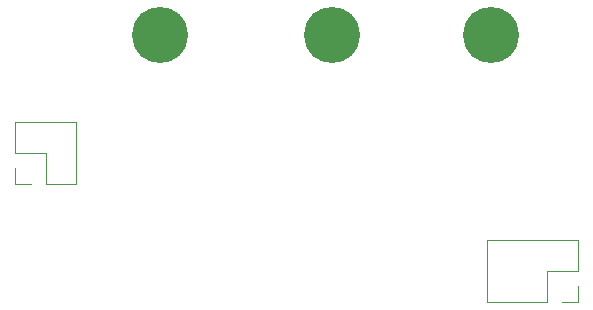
<source format=gbr>
%TF.GenerationSoftware,KiCad,Pcbnew,8.0.6*%
%TF.CreationDate,2024-11-12T19:13:31+01:00*%
%TF.ProjectId,EMG_amplifier,454d475f-616d-4706-9c69-666965722e6b,rev?*%
%TF.SameCoordinates,Original*%
%TF.FileFunction,Legend,Bot*%
%TF.FilePolarity,Positive*%
%FSLAX46Y46*%
G04 Gerber Fmt 4.6, Leading zero omitted, Abs format (unit mm)*
G04 Created by KiCad (PCBNEW 8.0.6) date 2024-11-12 19:13:31*
%MOMM*%
%LPD*%
G01*
G04 APERTURE LIST*
%ADD10C,0.120000*%
%ADD11C,4.750000*%
G04 APERTURE END LIST*
D10*
%TO.C,J3*%
X60858000Y-38639400D02*
X59528000Y-38639400D01*
X60858000Y-37309400D02*
X60858000Y-38639400D01*
X60858000Y-36039400D02*
X58258000Y-36039400D01*
X60858000Y-33439400D02*
X60858000Y-36039400D01*
X58258000Y-36039400D02*
X58258000Y-38639400D01*
X53118000Y-38639400D02*
X58258000Y-38639400D01*
X53118000Y-33439400D02*
X60858000Y-33439400D01*
X53118000Y-33439400D02*
X53118000Y-38639400D01*
%TO.C,J2*%
X18368800Y-28624600D02*
X15768800Y-28624600D01*
X18368800Y-23424600D02*
X18368800Y-28624600D01*
X18368800Y-23424600D02*
X13168800Y-23424600D01*
X15768800Y-28624600D02*
X15768800Y-26024600D01*
X15768800Y-26024600D02*
X13168800Y-26024600D01*
X14498800Y-28624600D02*
X13168800Y-28624600D01*
X13168800Y-28624600D02*
X13168800Y-27294600D01*
X13168800Y-23424600D02*
X13168800Y-26024600D01*
%TD*%
D11*
%TO.C,E2*%
X40000400Y-16067200D03*
%TD*%
%TO.C,E1*%
X53469200Y-16067200D03*
%TD*%
%TO.C,E3*%
X25469200Y-16067200D03*
%TD*%
M02*

</source>
